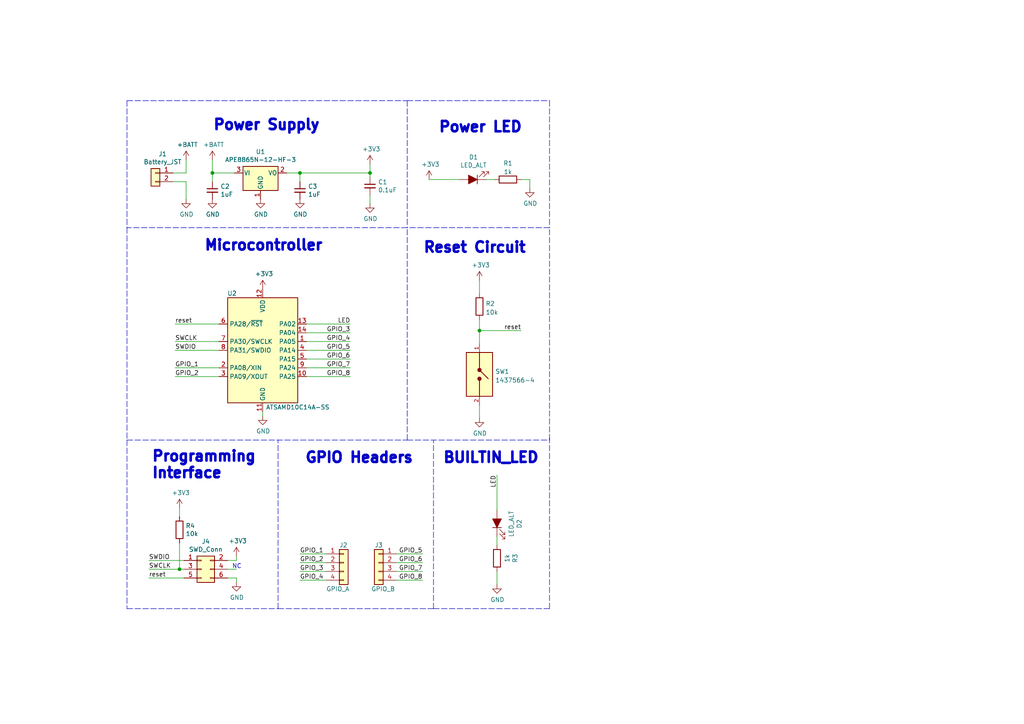
<source format=kicad_sch>
(kicad_sch (version 20211123) (generator eeschema)
  (paper "A4")
  (lib_symbols
    (symbol "Connector_Generic:Conn_01x02" (pin_names (offset 1.016) hide)
      (property "Reference" "J" (at 0 2.54 0))
      (property "Value" "Conn_01x02" (at 0 -5.08 0))
      (symbol "Conn_01x02_1_1"
        (rectangle (start -1.27 -2.413) (end 0 -2.667) (stroke (width 0.1524)))
        (rectangle (start -1.27 0.127) (end 0 -0.127) (stroke (width 0.1524)))
        (rectangle (start -1.27 1.27) (end 1.27 -3.81) (stroke (width 0.254)) (fill (type background)))
        (pin passive line (at -5.08 0 0) (length 3.81) (name "Pin_1") (number "1"))
        (pin passive line (at -5.08 -2.54 0) (length 3.81) (name "Pin_2") (number "2"))
      )
    )
    (symbol "Connector_Generic:Conn_01x04" (pin_names (offset 1.016) hide)
      (property "Reference" "J" (at 0 5.08 0))
      (property "Value" "Conn_01x04" (at 0 -7.62 0))
      (symbol "Conn_01x04_1_1"
        (rectangle (start -1.27 -4.953) (end 0 -5.207) (stroke (width 0.1524)))
        (rectangle (start -1.27 -2.413) (end 0 -2.667) (stroke (width 0.1524)))
        (rectangle (start -1.27 0.127) (end 0 -0.127) (stroke (width 0.1524)))
        (rectangle (start -1.27 2.667) (end 0 2.413) (stroke (width 0.1524)))
        (rectangle (start -1.27 3.81) (end 1.27 -6.35) (stroke (width 0.254)) (fill (type background)))
        (pin passive line (at -5.08 2.54 0) (length 3.81) (name "Pin_1") (number "1"))
        (pin passive line (at -5.08 0 0) (length 3.81) (name "Pin_2") (number "2"))
        (pin passive line (at -5.08 -2.54 0) (length 3.81) (name "Pin_3") (number "3"))
        (pin passive line (at -5.08 -5.08 0) (length 3.81) (name "Pin_4") (number "4"))
      )
    )
    (symbol "Connector_Generic:Conn_02x03_Odd_Even" (pin_names (offset 1.016) hide)
      (property "Reference" "J" (at 1.27 5.08 0))
      (property "Value" "Conn_02x03_Odd_Even" (at 1.27 -5.08 0))
      (symbol "Conn_02x03_Odd_Even_1_1"
        (rectangle (start -1.27 -2.413) (end 0 -2.667) (stroke (width 0.1524)))
        (rectangle (start -1.27 0.127) (end 0 -0.127) (stroke (width 0.1524)))
        (rectangle (start -1.27 2.667) (end 0 2.413) (stroke (width 0.1524)))
        (rectangle (start -1.27 3.81) (end 3.81 -3.81) (stroke (width 0.254)) (fill (type background)))
        (rectangle (start 3.81 -2.413) (end 2.54 -2.667) (stroke (width 0.1524)))
        (rectangle (start 3.81 0.127) (end 2.54 -0.127) (stroke (width 0.1524)))
        (rectangle (start 3.81 2.667) (end 2.54 2.413) (stroke (width 0.1524)))
        (pin passive line (at -5.08 2.54 0) (length 3.81) (name "Pin_1") (number "1"))
        (pin passive line (at 7.62 2.54 180) (length 3.81) (name "Pin_2") (number "2"))
        (pin passive line (at -5.08 0 0) (length 3.81) (name "Pin_3") (number "3"))
        (pin passive line (at 7.62 0 180) (length 3.81) (name "Pin_4") (number "4"))
        (pin passive line (at -5.08 -2.54 0) (length 3.81) (name "Pin_5") (number "5"))
        (pin passive line (at 7.62 -2.54 180) (length 3.81) (name "Pin_6") (number "6"))
      )
    )
    (symbol "Device:C_Small" (pin_numbers hide) (pin_names (offset 0.254) hide)
      (property "Reference" "C" (at 0.254 1.778 0))
      (property "Value" "C_Small" (at 0.254 -2.032 0))
      (symbol "C_Small_0_1"
        (polyline (pts (xy -1.524 -0.508) (xy 1.524 -0.508)) (stroke (width 0.3302)))
        (polyline (pts (xy -1.524 0.508) (xy 1.524 0.508)) (stroke (width 0.3048)))
      )
      (symbol "C_Small_1_1"
        (pin passive line (at 0 2.54 270) (length 2.032) (name "~") (number "1"))
        (pin passive line (at 0 -2.54 90) (length 2.032) (name "~") (number "2"))
      )
    )
    (symbol "Device:R" (pin_numbers hide) (pin_names (offset 0))
      (property "Reference" "R" (at 2.032 0 90))
      (property "Value" "R" (at 0 0 90))
      (symbol "R_0_1"
        (rectangle (start -1.016 -2.54) (end 1.016 2.54) (stroke (width 0.254)))
      )
      (symbol "R_1_1"
        (pin passive line (at 0 3.81 270) (length 1.27) (name "~") (number "1"))
        (pin passive line (at 0 -3.81 90) (length 1.27) (name "~") (number "2"))
      )
    )
    (symbol "MCU_Microchip_SAMD:ATSAMD10C14A-SS"
      (property "Reference" "U" (at -10.16 16.51 0))
      (property "Value" "ATSAMD10C14A-SS" (at 1.27 16.51 0))
      (symbol "ATSAMD10C14A-SS_0_1"
        (rectangle (start -10.16 15.24) (end 10.16 -15.24) (stroke (width 0.254)) (fill (type background)))
      )
      (symbol "ATSAMD10C14A-SS_1_1"
        (pin bidirectional line (at 12.7 2.54 180) (length 2.54) (name "PA05") (number "1"))
        (pin bidirectional line (at 12.7 -7.62 180) (length 2.54) (name "PA25") (number "10"))
        (pin power_in line (at 0 -17.78 90) (length 2.54) (name "GND") (number "11"))
        (pin power_in line (at 0 17.78 270) (length 2.54) (name "VDD") (number "12"))
        (pin bidirectional line (at 12.7 7.62 180) (length 2.54) (name "PA02") (number "13"))
        (pin bidirectional line (at 12.7 5.08 180) (length 2.54) (name "PA04") (number "14"))
        (pin bidirectional line (at -12.7 -5.08 0) (length 2.54) (name "PA08/XIN") (number "2"))
        (pin bidirectional line (at -12.7 -7.62 0) (length 2.54) (name "PA09/XOUT") (number "3"))
        (pin bidirectional line (at 12.7 0 180) (length 2.54) (name "PA14") (number "4"))
        (pin bidirectional line (at 12.7 -2.54 180) (length 2.54) (name "PA15") (number "5"))
        (pin bidirectional line (at -12.7 7.62 0) (length 2.54) (name "PA28/~{RST}") (number "6"))
        (pin bidirectional line (at -12.7 2.54 0) (length 2.54) (name "PA30/SWCLK") (number "7"))
        (pin bidirectional line (at -12.7 0 0) (length 2.54) (name "PA31/SWDIO") (number "8"))
        (pin bidirectional line (at 12.7 -5.08 180) (length 2.54) (name "PA24") (number "9"))
      )
    )
    (symbol "Regulator_Linear:APE8865N-12-HF-3" (pin_names (offset 0.254))
      (property "Reference" "U" (at -3.81 3.175 0))
      (property "Value" "APE8865N-12-HF-3" (at 0 3.175 0))
      (symbol "APE8865N-12-HF-3_0_1"
        (rectangle (start -5.08 1.905) (end 5.08 -5.08) (stroke (width 0.254)) (fill (type background)))
      )
      (symbol "APE8865N-12-HF-3_1_1"
        (pin power_in line (at 0 -7.62 90) (length 2.54) (name "GND") (number "1"))
        (pin power_out line (at 7.62 0 180) (length 2.54) (name "VO") (number "2"))
        (pin power_in line (at -7.62 0 0) (length 2.54) (name "VI") (number "3"))
      )
    )
    (symbol "SAMD10_demo_in_progress-rescue:1437566-4" (pin_names (offset 1.016) hide)
      (property "Reference" "SW" (at -5.08 4.572 0))
      (property "Value" "1437566-4" (at -5.08 -6.096 0))
      (symbol "1437566-4_0_0"
        (rectangle (start -5.08 -3.81) (end 7.62 3.81) (stroke (width 0.254)) (fill (type background)))
        (polyline (pts (xy -5.08 0) (xy 0 0)) (stroke (width 0.254)))
        (polyline (pts (xy 0 0) (xy 2.54 2.54)) (stroke (width 0.254)))
        (polyline (pts (xy 7.62 0) (xy 2.54 0)) (stroke (width 0.254)))
        (circle (center 0 0) (radius 0.1016) (stroke (width 0.508)))
        (circle (center 2.54 0) (radius 0.1016) (stroke (width 0.508)))
        (pin passive line (at -7.62 0 0) (length 2.54) (name "~") (number "1"))
        (pin passive line (at 10.16 0 180) (length 2.54) (name "~") (number "2"))
      )
    )
    (symbol "SAMD10_demo_in_progress-rescue:LED_ALT-Device" (pin_numbers hide) (pin_names (offset 1.016) hide)
      (property "Reference" "D" (at 0 2.54 0))
      (property "Value" "LED_ALT-Device" (at 0 -2.54 0))
      (symbol "LED_ALT-Device_0_1"
        (polyline (pts (xy -1.27 -1.27) (xy -1.27 1.27)) (stroke (width 0.2032)))
        (polyline (pts (xy -1.27 0) (xy 1.27 0)))
        (polyline (pts (xy 1.27 -1.27) (xy 1.27 1.27) (xy -1.27 0) (xy 1.27 -1.27)) (stroke (width 0.2032)) (fill (type outline)))
        (polyline (pts (xy -3.048 -0.762) (xy -4.572 -2.286) (xy -3.81 -2.286) (xy -4.572 -2.286) (xy -4.572 -1.524)))
        (polyline (pts (xy -1.778 -0.762) (xy -3.302 -2.286) (xy -2.54 -2.286) (xy -3.302 -2.286) (xy -3.302 -1.524)))
      )
      (symbol "LED_ALT-Device_1_1"
        (pin passive line (at -3.81 0 0) (length 2.54) (name "K") (number "1"))
        (pin passive line (at 3.81 0 180) (length 2.54) (name "A") (number "2"))
      )
    )
    (symbol "power:+3V3" (power) (pin_names (offset 0))
      (property "Value" "+3V3" (at 0 3.556 0))
      (symbol "+3V3_0_1"
        (polyline (pts (xy -0.762 1.27) (xy 0 2.54)))
        (polyline (pts (xy 0 0) (xy 0 2.54)))
        (polyline (pts (xy 0 2.54) (xy 0.762 1.27)))
      )
      (symbol "+3V3_1_1"
        (pin power_in line (at 0 0 90) (length 0) hide (name "+3V3") (number "1"))
      )
    )
    (symbol "power:+BATT" (power) (pin_names (offset 0))
      (property "Value" "+BATT" (at 0 3.556 0))
      (symbol "+BATT_0_1"
        (polyline (pts (xy -0.762 1.27) (xy 0 2.54)))
        (polyline (pts (xy 0 0) (xy 0 2.54)))
        (polyline (pts (xy 0 2.54) (xy 0.762 1.27)))
      )
      (symbol "+BATT_1_1"
        (pin power_in line (at 0 0 90) (length 0) hide (name "+BATT") (number "1"))
      )
    )
    (symbol "power:GND" (power) (pin_names (offset 0))
      (property "Value" "GND" (at 0 -3.81 0))
      (symbol "GND_0_1"
        (polyline (pts (xy 0 0) (xy 0 -1.27) (xy 1.27 -1.27) (xy 0 -2.54) (xy -1.27 -1.27) (xy 0 -1.27)))
      )
      (symbol "GND_1_1"
        (pin power_in line (at 0 0 270) (length 0) hide (name "GND") (number "1"))
      )
    )
  )
  (junction (at 61.595 50.165))
  (junction (at 52.07 165.1))
  (junction (at 107.315 50.165))
  (junction (at 86.995 50.165))
  (junction (at 139.065 95.885))
  (wire (pts (xy 52.07 165.1) (xy 53.34 165.1)))
  (wire (pts (xy 63.5 93.98) (xy 50.8 93.98)))
  (wire (pts (xy 107.315 56.515) (xy 107.315 59.055)))
  (polyline (pts (xy 125.73 176.53) (xy 125.73 127.635)))
  (wire (pts (xy 50.165 52.705) (xy 53.975 52.705)))
  (wire (pts (xy 107.315 51.435) (xy 107.315 50.165)))
  (polyline (pts (xy 118.11 66.04) (xy 36.83 66.04)))
  (polyline (pts (xy 118.11 29.21) (xy 118.11 66.04)))
  (wire (pts (xy 139.065 117.475) (xy 139.065 121.285)))
  (wire (pts (xy 88.9 104.14) (xy 101.6 104.14)))
  (polyline (pts (xy 118.11 29.21) (xy 159.385 29.21)))
  (wire (pts (xy 88.9 93.98) (xy 101.6 93.98)))
  (polyline (pts (xy 80.645 176.53) (xy 80.645 127.635)))
  (wire (pts (xy 61.595 52.705) (xy 61.595 50.165)))
  (polyline (pts (xy 36.83 127.635) (xy 36.83 176.53)))
  (wire (pts (xy 88.9 106.68) (xy 101.6 106.68)))
  (wire (pts (xy 153.67 52.07) (xy 153.67 54.61)))
  (wire (pts (xy 88.9 101.6) (xy 101.6 101.6)))
  (wire (pts (xy 94.615 165.735) (xy 86.995 165.735)))
  (wire (pts (xy 68.58 167.64) (xy 68.58 168.91)))
  (polyline (pts (xy 36.83 29.21) (xy 118.11 29.21)))
  (wire (pts (xy 88.9 109.22) (xy 101.6 109.22)))
  (wire (pts (xy 76.2 120.65) (xy 76.2 119.38)))
  (wire (pts (xy 140.97 52.07) (xy 143.51 52.07)))
  (wire (pts (xy 107.315 50.165) (xy 107.315 47.625)))
  (wire (pts (xy 50.165 50.165) (xy 53.975 50.165)))
  (polyline (pts (xy 80.645 176.53) (xy 125.73 176.53)))
  (wire (pts (xy 61.595 50.165) (xy 67.945 50.165)))
  (polyline (pts (xy 36.83 66.04) (xy 36.83 127.635)))
  (wire (pts (xy 94.615 163.195) (xy 86.995 163.195)))
  (polyline (pts (xy 159.385 176.53) (xy 159.385 127)))
  (wire (pts (xy 66.04 167.64) (xy 68.58 167.64)))
  (wire (pts (xy 68.58 162.56) (xy 68.58 161.29)))
  (wire (pts (xy 43.18 162.56) (xy 53.34 162.56)))
  (polyline (pts (xy 159.385 127.635) (xy 159.385 66.04)))
  (wire (pts (xy 144.145 155.575) (xy 144.145 158.115)))
  (wire (pts (xy 139.065 95.885) (xy 151.13 95.885)))
  (polyline (pts (xy 118.11 127.635) (xy 159.385 127.635)))
  (wire (pts (xy 53.975 50.165) (xy 53.975 46.355)))
  (wire (pts (xy 52.07 157.48) (xy 52.07 165.1)))
  (wire (pts (xy 63.5 109.22) (xy 50.8 109.22)))
  (polyline (pts (xy 36.83 29.21) (xy 36.83 66.04)))
  (wire (pts (xy 151.13 52.07) (xy 153.67 52.07)))
  (wire (pts (xy 86.995 50.165) (xy 86.995 52.705)))
  (polyline (pts (xy 159.385 66.04) (xy 118.11 66.04)))
  (wire (pts (xy 114.935 168.275) (xy 122.555 168.275)))
  (wire (pts (xy 88.9 99.06) (xy 101.6 99.06)))
  (wire (pts (xy 43.18 167.64) (xy 53.34 167.64)))
  (wire (pts (xy 144.145 137.795) (xy 144.145 147.955)))
  (wire (pts (xy 124.46 52.07) (xy 133.35 52.07)))
  (wire (pts (xy 94.615 160.655) (xy 86.995 160.655)))
  (wire (pts (xy 66.04 165.1) (xy 68.58 165.1)))
  (wire (pts (xy 66.04 162.56) (xy 68.58 162.56)))
  (wire (pts (xy 114.935 165.735) (xy 122.555 165.735)))
  (wire (pts (xy 114.935 160.655) (xy 122.555 160.655)))
  (polyline (pts (xy 36.83 127.635) (xy 118.11 127.635)))
  (wire (pts (xy 43.18 165.1) (xy 52.07 165.1)))
  (wire (pts (xy 94.615 168.275) (xy 86.995 168.275)))
  (wire (pts (xy 63.5 101.6) (xy 50.8 101.6)))
  (wire (pts (xy 63.5 99.06) (xy 50.8 99.06)))
  (polyline (pts (xy 118.11 127.635) (xy 118.11 66.04)))
  (wire (pts (xy 63.5 106.68) (xy 50.8 106.68)))
  (wire (pts (xy 144.145 165.735) (xy 144.145 169.545)))
  (wire (pts (xy 52.07 147.32) (xy 52.07 149.86)))
  (polyline (pts (xy 125.73 176.53) (xy 159.385 176.53)))
  (wire (pts (xy 139.065 95.885) (xy 139.065 99.695)))
  (wire (pts (xy 114.935 163.195) (xy 122.555 163.195)))
  (wire (pts (xy 61.595 46.355) (xy 61.595 50.165)))
  (wire (pts (xy 139.065 92.71) (xy 139.065 95.885)))
  (polyline (pts (xy 159.385 29.21) (xy 159.385 66.04)))
  (wire (pts (xy 53.975 52.705) (xy 53.975 57.785)))
  (wire (pts (xy 86.995 50.165) (xy 107.315 50.165)))
  (wire (pts (xy 88.9 96.52) (xy 101.6 96.52)))
  (wire (pts (xy 139.065 81.28) (xy 139.065 85.09)))
  (polyline (pts (xy 36.83 176.53) (xy 80.645 176.53)))
  (wire (pts (xy 83.185 50.165) (xy 86.995 50.165)))
  (text "Power LED" (at 127 38.735 0) (effects (font (size 3 3) (thickness 1) bold) (justify left bottom)))
  (text "NC\n" (at 67.31 165.1 0) (effects (font (size 1.27 1.27)) (justify left bottom)))
  (text "BUILTIN_LED" (at 128.27 134.62 0) (effects (font (size 3 3) (thickness 1) bold) (justify left bottom)))
  (text "Programming\nInterface" (at 43.815 139.065 0) (effects (font (size 3 3) (thickness 1) bold) (justify left bottom)))
  (text "Reset Circuit" (at 122.555 73.66 0) (effects (font (size 3 3) (thickness 1) bold) (justify left bottom)))
  (text "GPIO Headers" (at 88.265 134.62 0) (effects (font (size 3 3) (thickness 1) bold) (justify left bottom)))
  (text "Power Supply" (at 61.595 38.1 0) (effects (font (size 3 3) (thickness 1) bold) (justify left bottom)))
  (text "Microcontroller" (at 59.055 73.025 0) (effects (font (size 3 3) (thickness 1) bold) (justify left bottom)))
  (label "GPIO_7" (at 101.6 106.68 180))
  (label "SWCLK" (at 43.18 165.1 0))
  (label "GPIO_1" (at 86.995 160.655 0))
  (label "GPIO_6" (at 122.555 163.195 180))
  (label "GPIO_4" (at 86.995 168.275 0))
  (label "GPIO_6" (at 101.6 104.14 180))
  (label "GPIO_4" (at 101.6 99.06 180))
  (label "GPIO_2" (at 50.8 109.22 0))
  (label "LED" (at 144.145 137.795 270))
  (label "GPIO_2" (at 86.995 163.195 0))
  (label "GPIO_5" (at 122.555 160.655 180))
  (label "SWDIO" (at 43.18 162.56 0))
  (label "GPIO_8" (at 122.555 168.275 180))
  (label "SWCLK" (at 50.8 99.06 0))
  (label "reset" (at 50.8 93.98 0))
  (label "GPIO_8" (at 101.6 109.22 180))
  (label "reset" (at 151.13 95.885 180))
  (label "GPIO_7" (at 122.555 165.735 180))
  (label "GPIO_1" (at 50.8 106.68 0))
  (label "GPIO_3" (at 101.6 96.52 180))
  (label "reset" (at 43.18 167.64 0))
  (label "GPIO_3" (at 86.995 165.735 0))
  (label "LED" (at 101.6 93.98 180))
  (label "GPIO_5" (at 101.6 101.6 180))
  (label "SWDIO" (at 50.8 101.6 0))
  (symbol (lib_id "MCU_Microchip_SAMD:ATSAMD10C14A-SS") (at 76.2 101.6 0) (unit 1)
    (property "Reference" "U2" (at 67.31 85.09 0))
    (property "Value" "ATSAMD10C14A-SS" (at 86.36 118.11 0))
    (property "Footprint" "Package_SO:SOIC-14_3.9x8.7mm_P1.27mm" (effects hide))
    (property "Datasheet" "http://ww1.microchip.com/downloads/en/DeviceDoc/Atmel-42242-SAM-D10_Datasheet.pdf" (effects hide))
  )
  (symbol (lib_id "power:+3V3") (at 76.2 83.82 0) (unit 1)
    (property "Reference" "#PWR09" (effects hide))
    (property "Value" "+3V3" (at 76.581 79.4258 0))
  )
  (symbol (lib_id "Device:C_Small") (at 107.315 53.975 0) (unit 1)
    (property "Reference" "C1" (at 109.6518 52.8066 0) (effects (justify left)))
    (property "Value" "0.1uF" (at 109.6518 55.118 0) (effects (justify left)))
    (property "Footprint" "Capacitor_SMD:C_0805_2012Metric_Pad1.15x1.40mm_HandSolder" (effects hide))
  )
  (symbol (lib_id "power:GND") (at 76.2 120.65 0) (unit 1)
    (property "Reference" "#PWR014" (effects hide))
    (property "Value" "GND" (at 76.327 125.0442 0))
  )
  (symbol (lib_id "power:+3V3") (at 107.315 47.625 0) (unit 1)
    (property "Reference" "#PWR03" (effects hide))
    (property "Value" "+3V3" (at 107.696 43.2308 0))
  )
  (symbol (lib_id "power:GND") (at 107.315 59.055 0) (unit 1)
    (property "Reference" "#PWR08" (effects hide))
    (property "Value" "GND" (at 107.442 63.4492 0))
  )
  (symbol (lib_id "SAMD10_demo_in_progress-rescue:LED_ALT-Device") (at 144.145 151.765 90) (unit 1)
    (property "Reference" "D2" (at 150.622 151.9428 0))
    (property "Value" "LED_ALT" (at 148.3106 151.9428 0))
    (property "Footprint" "LED_SMD:LED_0805_2012Metric_Pad1.15x1.40mm_HandSolder" (effects hide))
  )
  (symbol (lib_id "Device:R") (at 144.145 161.925 180) (unit 1)
    (property "Reference" "R3" (at 149.4028 161.925 90))
    (property "Value" "1k" (at 147.0914 161.925 90))
    (property "Footprint" "Resistor_SMD:R_0805_2012Metric_Pad1.15x1.40mm_HandSolder" (effects hide))
  )
  (symbol (lib_id "power:GND") (at 144.145 169.545 0) (unit 1)
    (property "Reference" "#PWR013" (effects hide))
    (property "Value" "GND" (at 144.272 173.9392 0))
  )
  (symbol (lib_id "Connector_Generic:Conn_02x03_Odd_Even") (at 58.42 165.1 0) (unit 1)
    (property "Reference" "J4" (at 59.69 157.0482 0))
    (property "Value" "SWD_Conn" (at 59.69 159.3596 0))
    (property "Footprint" "Connector_PinHeader_2.54mm:PinHeader_2x03_P2.54mm_Vertical" (effects hide))
  )
  (symbol (lib_id "power:+3V3") (at 68.58 161.29 0) (unit 1)
    (property "Reference" "#PWR017" (effects hide))
    (property "Value" "+3V3" (at 68.961 156.8958 0))
  )
  (symbol (lib_id "power:GND") (at 68.58 168.91 0) (unit 1)
    (property "Reference" "#PWR018" (effects hide))
    (property "Value" "GND" (at 68.707 173.3042 0))
  )
  (symbol (lib_id "Connector_Generic:Conn_01x04") (at 99.695 163.195 0) (unit 1)
    (property "Reference" "J2" (at 98.425 158.115 0) (effects (justify left)))
    (property "Value" "GPIO_A" (at 94.615 170.815 0) (effects (justify left)))
    (property "Footprint" "Connector_PinHeader_2.54mm:PinHeader_1x04_P2.54mm_Vertical" (effects hide))
  )
  (symbol (lib_id "Connector_Generic:Conn_01x04") (at 109.855 163.195 0) (mirror y) (unit 1)
    (property "Reference" "J3" (at 109.855 158.115 0))
    (property "Value" "GPIO_B" (at 111.125 170.815 0))
    (property "Footprint" "Connector_PinHeader_2.54mm:PinHeader_1x04_P2.54mm_Vertical" (effects hide))
  )
  (symbol (lib_id "Device:R") (at 52.07 153.67 0) (unit 1)
    (property "Reference" "R4" (at 53.848 152.5016 0) (effects (justify left)))
    (property "Value" "10k" (at 53.848 154.813 0) (effects (justify left)))
    (property "Footprint" "Resistor_SMD:R_0805_2012Metric_Pad1.15x1.40mm_HandSolder" (effects hide))
  )
  (symbol (lib_id "power:+3V3") (at 52.07 147.32 0) (unit 1)
    (property "Reference" "#PWR016" (effects hide))
    (property "Value" "+3V3" (at 52.451 142.9258 0))
  )
  (symbol (lib_id "Connector_Generic:Conn_01x02") (at 45.085 50.165 0) (mirror y) (unit 1)
    (property "Reference" "J1" (at 47.1678 44.6532 0))
    (property "Value" "Battery_JST" (at 47.1678 46.9646 0))
    (property "Footprint" "Connector_JST:JST_PH_B2B-PH-K_1x02_P2.00mm_Vertical" (effects hide))
  )
  (symbol (lib_id "Device:C_Small") (at 61.595 55.245 0) (unit 1)
    (property "Reference" "C2" (at 63.9318 54.0766 0) (effects (justify left)))
    (property "Value" "1uF" (at 63.9318 56.388 0) (effects (justify left)))
    (property "Footprint" "Capacitor_SMD:C_0805_2012Metric_Pad1.15x1.40mm_HandSolder" (effects hide))
  )
  (symbol (lib_id "Device:C_Small") (at 86.995 55.245 0) (unit 1)
    (property "Reference" "C3" (at 89.3318 54.0766 0) (effects (justify left)))
    (property "Value" "1uF" (at 89.3318 56.388 0) (effects (justify left)))
    (property "Footprint" "Capacitor_SMD:C_0805_2012Metric_Pad1.15x1.40mm_HandSolder" (effects hide))
  )
  (symbol (lib_id "Regulator_Linear:APE8865N-12-HF-3") (at 75.565 50.165 0) (unit 1)
    (property "Reference" "U1" (at 75.565 44.0182 0))
    (property "Value" "APE8865N-12-HF-3" (at 75.565 46.3296 0))
    (property "Footprint" "Package_TO_SOT_SMD:SOT-23" (effects hide))
    (property "Datasheet" "http://www.tme.eu/fr/Document/ced3461ed31ea70a3c416fb648e0cde7/APE8865-3.pdf" (effects hide))
  )
  (symbol (lib_id "power:GND") (at 86.995 57.785 0) (unit 1)
    (property "Reference" "#PWR07" (effects hide))
    (property "Value" "GND" (at 87.122 62.1792 0))
  )
  (symbol (lib_id "power:GND") (at 75.565 57.785 0) (unit 1)
    (property "Reference" "#PWR06" (effects hide))
    (property "Value" "GND" (at 75.692 62.1792 0))
  )
  (symbol (lib_id "power:GND") (at 61.595 57.785 0) (unit 1)
    (property "Reference" "#PWR05" (effects hide))
    (property "Value" "GND" (at 61.722 62.1792 0))
  )
  (symbol (lib_id "power:GND") (at 53.975 57.785 0) (unit 1)
    (property "Reference" "#PWR04" (effects hide))
    (property "Value" "GND" (at 54.102 62.1792 0))
  )
  (symbol (lib_id "power:+BATT") (at 53.975 46.355 0) (unit 1)
    (property "Reference" "#PWR01" (effects hide))
    (property "Value" "+BATT" (at 54.356 41.9608 0))
  )
  (symbol (lib_id "power:+BATT") (at 61.595 46.355 0) (unit 1)
    (property "Reference" "#PWR02" (effects hide))
    (property "Value" "+BATT" (at 61.976 41.9608 0))
  )
  (symbol (lib_id "SAMD10_demo_in_progress-rescue:LED_ALT-Device") (at 137.16 52.07 180) (unit 1)
    (property "Reference" "D1" (at 137.3378 45.593 0))
    (property "Value" "LED_ALT" (at 137.3378 47.9044 0))
    (property "Footprint" "LED_SMD:LED_0805_2012Metric_Pad1.15x1.40mm_HandSolder" (effects hide))
  )
  (symbol (lib_id "Device:R") (at 147.32 52.07 90) (unit 1)
    (property "Reference" "R1" (at 147.32 47.3542 90))
    (property "Value" "1k" (at 147.32 49.8911 90))
    (property "Footprint" "Resistor_SMD:R_0805_2012Metric_Pad1.20x1.40mm_HandSolder" (effects hide))
  )
  (symbol (lib_id "SAMD10_demo_in_progress-rescue:1437566-4") (at 139.065 107.315 270) (unit 1)
    (property "Reference" "SW1" (at 143.637 107.7503 90) (effects (justify left)))
    (property "Value" "1437566-4" (at 143.637 110.2872 90) (effects (justify left)))
    (property "Footprint" "SW_1437566-4" (effects hide))
    (property "Comment" "1437566-4" (effects hide))
    (property "Contact_Current_Rating" "50 mA" (effects hide))
    (property "Configuration_Pole-Throw" "Single Pole - Single Throw" (effects hide))
  )
  (symbol (lib_id "Device:R") (at 139.065 88.9 0) (unit 1)
    (property "Reference" "R2" (at 140.843 88.0653 0) (effects (justify left)))
    (property "Value" "10k" (at 140.843 90.6022 0) (effects (justify left)))
    (property "Footprint" "Resistor_SMD:R_0805_2012Metric_Pad1.20x1.40mm_HandSolder" (effects hide))
  )
  (symbol (lib_id "power:+3V3") (at 139.065 81.28 0) (unit 1)
    (property "Reference" "#PWR010" (effects hide))
    (property "Value" "+3V3" (at 139.446 76.8858 0))
  )
  (symbol (lib_id "power:+3V3") (at 124.46 52.07 0) (unit 1)
    (property "Reference" "#PWR011" (effects hide))
    (property "Value" "+3V3" (at 124.841 47.6758 0))
  )
  (symbol (lib_id "power:GND") (at 139.065 121.285 0) (unit 1)
    (property "Reference" "#PWR015" (effects hide))
    (property "Value" "GND" (at 139.192 125.6792 0))
  )
  (symbol (lib_id "power:GND") (at 153.67 54.61 0) (unit 1)
    (property "Reference" "#PWR012" (effects hide))
    (property "Value" "GND" (at 153.797 59.0042 0))
  )
)
</source>
